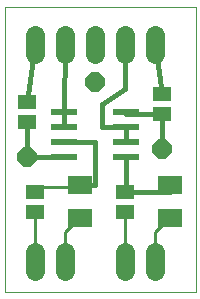
<source format=gtl>
G75*
G70*
%OFA0B0*%
%FSLAX24Y24*%
%IPPOS*%
%LPD*%
%AMOC8*
5,1,8,0,0,1.08239X$1,22.5*
%
%ADD10C,0.0000*%
%ADD11R,0.0866X0.0236*%
%ADD12R,0.0787X0.0630*%
%ADD13R,0.0591X0.0512*%
%ADD14C,0.0640*%
%ADD15OC8,0.0640*%
%ADD16C,0.0160*%
%ADD17C,0.0100*%
D10*
X000181Y000101D02*
X000181Y009597D01*
X006551Y009597D01*
X006551Y000101D01*
X000181Y000101D01*
D11*
X002158Y004601D03*
X002158Y005101D03*
X002158Y005601D03*
X002158Y006101D03*
X004205Y006101D03*
X004205Y005601D03*
X004205Y005101D03*
X004205Y004601D03*
D12*
X005681Y003652D03*
X005681Y002550D03*
X002681Y002550D03*
X002681Y003652D03*
D13*
X004181Y003435D03*
X004181Y002766D03*
X005431Y006016D03*
X005431Y006685D03*
X001181Y003435D03*
X001181Y002766D03*
X000931Y005766D03*
X000931Y006435D03*
D14*
X001181Y008031D02*
X001181Y008671D01*
X002181Y008671D02*
X002181Y008031D01*
X003181Y008031D02*
X003181Y008671D01*
X004181Y008671D02*
X004181Y008031D01*
X005181Y008031D02*
X005181Y008671D01*
X005181Y001421D02*
X005181Y000781D01*
X004181Y000781D02*
X004181Y001421D01*
X002181Y001421D02*
X002181Y000781D01*
X001181Y000781D02*
X001181Y001421D01*
D15*
X000931Y004601D03*
X003181Y007101D03*
X005431Y004851D03*
D16*
X005431Y006016D01*
X004205Y006016D01*
X004205Y006101D01*
X004205Y005601D02*
X003431Y005601D01*
X003431Y006351D01*
X004181Y006851D01*
X004181Y008351D01*
X005181Y008351D02*
X005431Y006685D01*
X004205Y005601D02*
X004205Y005101D01*
X004205Y004601D02*
X004205Y003435D01*
X004181Y003435D01*
X005681Y003435D01*
X005681Y003652D01*
X003181Y003652D02*
X003181Y005101D01*
X002158Y005101D01*
X002158Y005601D02*
X002158Y006101D01*
X002181Y008351D01*
X001181Y008351D02*
X000931Y006435D01*
X000931Y005766D02*
X000931Y004601D01*
X002158Y004601D01*
X002681Y003652D02*
X003181Y003652D01*
D17*
X002681Y003652D02*
X002681Y003601D01*
X001181Y003601D01*
X001181Y003435D01*
X001181Y002766D02*
X001181Y001101D01*
X002181Y001101D02*
X002181Y002101D01*
X002681Y002601D01*
X002681Y002550D01*
X004181Y002766D02*
X004181Y001101D01*
X005181Y001101D02*
X005181Y002101D01*
X005681Y002601D01*
X005681Y002550D01*
M02*

</source>
